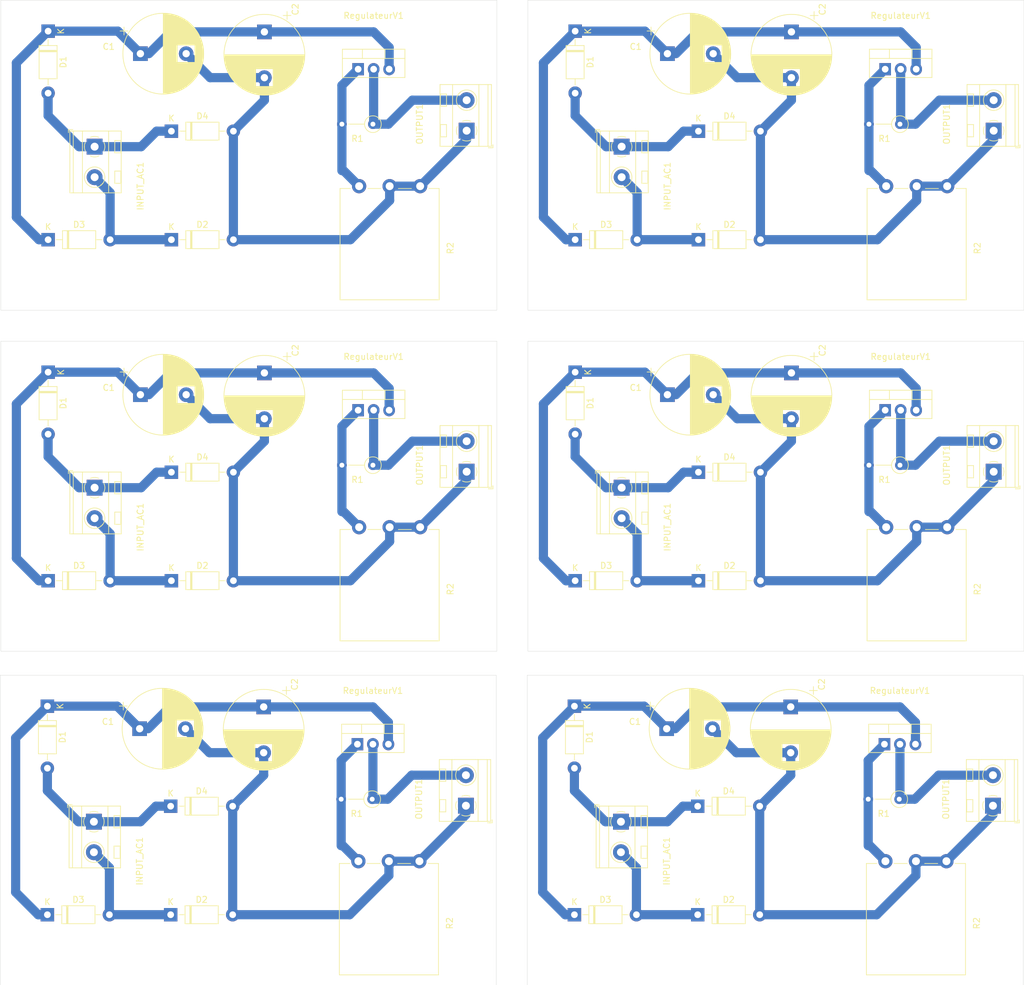
<source format=kicad_pcb>
(kicad_pcb (version 20240108) (generator "pcbnew") (generator_version "8.0")
  (layers (0 "F.Cu" signal) (31 "B.Cu" signal) (34 "B.Paste" user) (35 "F.Paste" user) (36 "B.SilkS" user "B.Silkscreen") (37 "F.SilkS" user "F.Silkscreen") (38 "B.Mask" user) (39 "F.Mask" user) (44 "Edge.Cuts" user))
  (net 0 "")
  (net 1 "Net-(D1-K)")
  (net 2 "GND")
  (net 3 "Net-(D1-A)")
  (net 4 "Net-(D2-K)")
  (net 5 "Net-(OUTPUT1-Pin_2)")
  (net 6 "Net-(RegulateurV1-ADJ)")
  (footprint "Diode_THT:D_DO-41_SOD81_P10.16mm_Horizontal" (layer "F.Cu") (at 109.22 165.1)
    (property "Reference" "D3")
    (property "Value" "1N4001")
  )
  (footprint "Capacitor_THT:CP_Radial_D13.0mm_P7.50mm" (layer "F.Cu") (at 38.1 79.89)
    (property "Reference" "C1")
    (property "Value" "1000μF")
  )
  (footprint "Diode_THT:D_DO-41_SOD81_P10.16mm_Horizontal" (layer "F.Cu") (at 109.34 76.2 -90)
    (property "Reference" "D1")
    (property "Value" "1N4001")
  )
  (footprint "Capacitor_THT:CP_Radial_D13.0mm_P7.50mm" (layer "F.Cu") (at 38.1 24.01)
    (property "Reference" "C1")
    (property "Value" "1000μF")
  )
  (footprint "Potentiometer_THT:Potentiometer_Piher_PC-16_Single_Vertical" (layer "F.Cu") (at 160.3 45.72 -90)
    (property "Reference" "R2")
    (property "Value" "570")
  )
  (footprint "TerminalBlock_MetzConnect:TerminalBlock_MetzConnect_Type094_RT03502HBLU_1x02_P5.00mm_Horizontal" (layer "F.Cu") (at 177.92 36.63 90)
    (property "Reference" "OUTPUT1")
    (property "Value" "OUT_DC")
  )
  (footprint "TerminalBlock_MetzConnect:TerminalBlock_MetzConnect_Type094_RT03502HBLU_1x02_P5.00mm_Horizontal" (layer "F.Cu") (at 30.6 95.13 -90)
    (property "Reference" "INPUT_AC1")
    (property "Value" "~")
  )
  (footprint "Package_TO_SOT_THT:TO-220-3_Vertical" (layer "F.Cu") (at 160.14 82.43)
    (property "Reference" "RegulateurV1")
    (property "Value" "LM317_TO-220")
  )
  (footprint "Diode_THT:D_DO-41_SOD81_P10.16mm_Horizontal" (layer "F.Cu") (at 43.06 147.32)
    (property "Reference" "D4")
    (property "Value" "1N4001")
  )
  (footprint "TerminalBlock_MetzConnect:TerminalBlock_MetzConnect_Type094_RT03502HBLU_1x02_P5.00mm_Horizontal" (layer "F.Cu") (at 91.44 147.24 90)
    (property "Reference" "OUTPUT1")
    (property "Value" "OUT_DC")
  )
  (footprint "Capacitor_THT:CP_Radial_D13.0mm_P7.50mm" (layer "F.Cu") (at 37.98 134.62)
    (property "Reference" "C1")
    (property "Value" "1000μF")
  )
  (footprint "Diode_THT:D_DO-41_SOD81_P10.16mm_Horizontal" (layer "F.Cu") (at 129.42 165.1)
    (property "Reference" "D2")
    (property "Value" "1N4001")
  )
  (footprint "Resistor_THT:R_Axial_DIN0207_L6.3mm_D2.5mm_P5.08mm_Vertical" (layer "F.Cu") (at 162.56 91.44 180)
    (property "Reference" "R1")
    (property "Value" "220")
  )
  (footprint "Potentiometer_THT:Potentiometer_Piher_PC-16_Single_Vertical" (layer "F.Cu") (at 73.94 45.72 -90)
    (property "Reference" "R2")
    (property "Value" "570")
  )
  (footprint "Resistor_THT:R_Axial_DIN0207_L6.3mm_D2.5mm_P5.08mm_Vertical" (layer "F.Cu") (at 76.2 91.44 180)
    (property "Reference" "R1")
    (property "Value" "220")
  )
  (footprint "Diode_THT:D_DO-41_SOD81_P10.16mm_Horizontal" (layer "F.Cu") (at 109.34 20.32 -90)
    (property "Reference" "D1")
    (property "Value" "1N4001")
  )
  (footprint "Resistor_THT:R_Axial_DIN0207_L6.3mm_D2.5mm_P5.08mm_Vertical" (layer "F.Cu") (at 162.56 35.56 180)
    (property "Reference" "R1")
    (property "Value" "220")
  )
  (footprint "Capacitor_THT:CP_Radial_D13.0mm_P7.50mm" (layer "F.Cu") (at 58.3 131.05 -90)
    (property "Reference" "C2")
    (property "Value" "1000μF")
  )
  (footprint "Diode_THT:D_DO-41_SOD81_P10.16mm_Horizontal" (layer "F.Cu") (at 43.18 36.71)
    (property "Reference" "D4")
    (property "Value" "1N4001")
  )
  (footprint "Capacitor_THT:CP_Radial_D13.0mm_P7.50mm" (layer "F.Cu") (at 124.46 79.89)
    (property "Reference" "C1")
    (property "Value" "1000μF")
  )
  (footprint "Diode_THT:D_DO-41_SOD81_P10.16mm_Horizontal" (layer "F.Cu") (at 22.86 165.1)
    (property "Reference" "D3")
    (property "Value" "1N4001")
  )
  (footprint "TerminalBlock_MetzConnect:TerminalBlock_MetzConnect_Type094_RT03502HBLU_1x02_P5.00mm_Horizontal" (layer "F.Cu") (at 91.56 36.63 90)
    (property "Reference" "OUTPUT1")
    (property "Value" "OUT_DC")
  )
  (footprint "Diode_THT:D_DO-41_SOD81_P10.16mm_Horizontal" (layer "F.Cu") (at 43.18 92.59)
    (property "Reference" "D4")
    (property "Value" "1N4001")
  )
  (footprint "TerminalBlock_MetzConnect:TerminalBlock_MetzConnect_Type094_RT03502HBLU_1x02_P5.00mm_Horizontal" (layer "F.Cu") (at 116.96 39.25 -90)
    (property "Reference" "INPUT_AC1")
    (property "Value" "~")
  )
  (footprint "Package_TO_SOT_THT:TO-220-3_Vertical" (layer "F.Cu") (at 160.02 137.16)
    (property "Reference" "RegulateurV1")
    (property "Value" "LM317_TO-220")
  )
  (footprint "Capacitor_THT:CP_Radial_D13.0mm_P7.50mm" (layer "F.Cu") (at 144.66 131.05 -90)
    (property "Reference" "C2")
    (property "Value" "1000μF")
  )
  (footprint "Capacitor_THT:CP_Radial_D13.0mm_P7.50mm" (layer "F.Cu") (at 124.46 24.01)
    (property "Reference" "C1")
    (property "Value" "1000μF")
  )
  (footprint "TerminalBlock_MetzConnect:TerminalBlock_MetzConnect_Type094_RT03502HBLU_1x02_P5.00mm_Horizontal" (layer "F.Cu") (at 177.92 92.51 90)
    (property "Reference" "OUTPUT1")
    (property "Value" "OUT_DC")
  )
  (footprint "Diode_THT:D_DO-41_SOD81_P10.16mm_Horizontal" (layer "F.Cu") (at 129.54 54.49)
    (property "Reference" "D2")
    (property "Value" "1N4001")
  )
  (footprint "TerminalBlock_MetzConnect:TerminalBlock_MetzConnect_Type094_RT03502HBLU_1x02_P5.00mm_Horizontal" (layer "F.Cu") (at 116.96 95.13 -90)
    (property "Reference" "INPUT_AC1")
    (property "Value" "~")
  )
  (footprint "Package_TO_SOT_THT:TO-220-3_Vertical" (layer "F.Cu") (at 73.78 26.55)
    (property "Reference" "RegulateurV1")
    (property "Value" "LM317_TO-220")
  )
  (footprint "Diode_THT:D_DO-41_SOD81_P10.16mm_Horizontal" (layer "F.Cu") (at 109.34 110.37)
    (property "Reference" "D3")
    (property "Value" "1N4001")
  )
  (footprint "Diode_THT:D_DO-41_SOD81_P10.16mm_Horizontal" (layer "F.Cu") (at 22.98 110.37)
    (property "Reference" "D3")
    (property "Value" "1N4001")
  )
  (footprint "Potentiometer_THT:Potentiometer_Piher_PC-16_Single_Vertical" (layer "F.Cu") (at 160.3 101.6 -90)
    (property "Reference" "R2")
    (property "Value" "570")
  )
  (footprint "Diode_THT:D_DO-41_SOD81_P10.16mm_Horizontal" (layer "F.Cu") (at 43.06 165.1)
    (property "Reference" "D2")
    (property "Value" "1N4001")
  )
  (footprint "Diode_THT:D_DO-41_SOD81_P10.16mm_Horizontal" (layer "F.Cu") (at 22.98 76.2 -90)
    (property "Reference" "D1")
    (property "Value" "1N4001")
  )
  (footprint "TerminalBlock_MetzConnect:TerminalBlock_MetzConnect_Type094_RT03502HBLU_1x02_P5.00mm_Horizontal" (layer "F.Cu") (at 116.84 149.86 -90)
    (property "Reference" "INPUT_AC1")
    (property "Value" "~")
  )
  (footprint "TerminalBlock_MetzConnect:TerminalBlock_MetzConnect_Type094_RT03502HBLU_1x02_P5.00mm_Horizontal" (layer "F.Cu") (at 177.8 147.24 90)
    (property "Reference" "OUTPUT1")
    (property "Value" "OUT_DC")
  )
  (footprint "Diode_THT:D_DO-41_SOD81_P10.16mm_Horizontal" (layer "F.Cu") (at 43.18 110.37)
    (property "Reference" "D2")
    (property "Value" "1N4001")
  )
  (footprint "Capacitor_THT:CP_Radial_D13.0mm_P7.50mm" (layer "F.Cu") (at 58.42 76.32 -90)
    (property "Reference" "C2")
    (property "Value" "1000μF")
  )
  (footprint "Diode_THT:D_DO-41_SOD81_P10.16mm_Horizontal" (layer "F.Cu") (at 129.54 92.59)
    (property "Reference" "D4")
    (property "Value" "1N4001")
  )
  (footprint "Diode_THT:D_DO-41_SOD81_P10.16mm_Horizontal" (layer "F.Cu") (at 109.22 130.93 -90)
    (property "Reference" "D1")
    (property "Value" "1N4001")
  )
  (footprint "TerminalBlock_MetzConnect:TerminalBlock_MetzConnect_Type094_RT03502HBLU_1x02_P5.00mm_Horizontal" (layer "F.Cu") (at 91.56 92.51 90)
    (property "Reference" "OUTPUT1")
    (property "Value" "OUT_DC")
  )
  (footprint "TerminalBlock_MetzConnect:TerminalBlock_MetzConnect_Type094_RT03502HBLU_1x02_P5.00mm_Horizontal" (layer "F.Cu") (at 30.48 149.86 -90)
    (property "Reference" "INPUT_AC1")
    (property "Value" "~")
  )
  (footprint "Potentiometer_THT:Potentiometer_Piher_PC-16_Single_Vertical" (layer "F.Cu") (at 160.18 156.33 -90)
    (property "Reference" "R2")
    (property "Value" "570")
  )
  (footprint "Resistor_THT:R_Axial_DIN0207_L6.3mm_D2.5mm_P5.08mm_Vertical" (layer "F.Cu") (at 162.44 146.17 180)
    (property "Reference" "R1")
    (property "Value" "220")
  )
  (footprint "Capacitor_THT:CP_Radial_D13.0mm_P7.50mm" (layer "F.Cu") (at 144.78 76.32 -90)
    (property "Reference" "C2")
    (property "Value" "1000μF")
  )
  (footprint "Potentiometer_THT:Potentiometer_Piher_PC-16_Single_Vertical" (layer "F.Cu") (at 73.82 156.33 -90)
    (property "Reference" "R2")
    (property "Value" "570")
  )
  (footprint "Diode_THT:D_DO-41_SOD81_P10.16mm_Horizontal" (layer "F.Cu") (at 129.42 147.32)
    (property "Reference" "D4")
    (property "Value" "1N4001")
  )
  (footprint "Diode_THT:D_DO-41_SOD81_P10.16mm_Horizontal" (layer "F.Cu") (at 22.98 54.49)
    (property "Reference" "D3")
    (property "Value" "1N4001")
  )
  (footprint "Capacitor_THT:CP_Radial_D13.0mm_P7.50mm" (layer "F.Cu") (at 124.34 134.62)
    (property "Reference" "C1")
    (property "Value" "1000μF")
  )
  (footprint "Capacitor_THT:CP_Radial_D13.0mm_P7.50mm" (layer "F.Cu") (at 58.42 20.44 -90)
    (property "Reference" "C2")
    (property "Value" "1000μF")
  )
  (footprint "Diode_THT:D_DO-41_SOD81_P10.16mm_Horizontal" (layer "F.Cu") (at 109.34 54.49)
    (property "Reference" "D3")
    (property "Value" "1N4001")
  )
  (footprint "Diode_THT:D_DO-41_SOD81_P10.16mm_Horizontal" (layer "F.Cu") (at 22.98 20.32 -90)
    (property "Reference" "D1")
    (property "Value" "1N4001")
  )
  (footprint "Potentiometer_THT:Potentiometer_Piher_PC-16_Single_Vertical" (layer "F.Cu") (at 73.94 101.6 -90)
    (property "Reference" "R2")
    (property "Value" "570")
  )
  (footprint "Package_TO_SOT_THT:TO-220-3_Vertical" (layer "F.Cu") (at 73.78 82.43)
    (property "Reference" "RegulateurV1")
    (property "Value" "LM317_TO-220")
  )
  (footprint "Diode_THT:D_DO-41_SOD81_P10.16mm_Horizontal" (layer "F.Cu") (at 129.54 36.71)
    (property "Reference" "D4")
    (property "Value" "1N4001")
  )
  (footprint "Diode_THT:D_DO-41_SOD81_P10.16mm_Horizontal" (layer "F.Cu") (at 43.18 54.49)
    (property "Reference" "D2")
    (property "Value" "1N4001")
  )
  (footprint "Resistor_THT:R_Axial_DIN0207_L6.3mm_D2.5mm_P5.08mm_Vertical" (layer "F.Cu") (at 76.08 146.17 180)
    (property "Reference" "R1")
    (property "Value" "220")
  )
  (footprint "Diode_THT:D_DO-41_SOD81_P10.16mm_Horizontal" (layer "F.Cu") (at 22.86 130.93 -90)
    (property "Reference" "D1")
    (property "Value" "1N4001")
  )
  (footprint "Package_TO_SOT_THT:TO-220-3_Vertical" (layer "F.Cu") (at 160.14 26.55)
    (property "Reference" "RegulateurV1")
    (property "Value" "LM317_TO-220")
  )
  (footprint "Diode_THT:D_DO-41_SOD81_P10.16mm_Horizontal" (layer "F.Cu") (at 129.54 110.37)
    (property "Reference" "D2")
    (property "Value" "1N4001")
  )
  (footprint "TerminalBlock_MetzConnect:TerminalBlock_MetzConnect_Type094_RT03502HBLU_1x02_P5.00mm_Horizontal" (layer "F.Cu") (at 30.6 39.25 -90)
    (property "Reference" "INPUT_AC1")
    (property "Value" "~")
  )
  (footprint "Capacitor_THT:CP_Radial_D13.0mm_P7.50mm" (layer "F.Cu") (at 144.78 20.44 -90)
    (property "Reference" "C2")
    (property "Value" "1000μF")
  )
  (footprint "Resistor_THT:R_Axial_DIN0207_L6.3mm_D2.5mm_P5.08mm_Vertical" (layer "F.Cu") (at 76.2 35.56 180)
    (property "Reference" "R1")
    (property "Value" "220")
  )
  (footprint "Package_TO_SOT_THT:TO-220-3_Vertical" (layer "F.Cu") (at 73.66 137.16)
    (property "Reference" "RegulateurV1")
    (property "Value" "LM317_TO-220")
  )
  (gr_rect (start 101.6 15.24) (end 182.88 66.04) (stroke (width 0.05)) (fill none) (layer "Edge.Cuts"))
  (gr_rect (start 101.6 71.12) (end 182.88 121.92) (stroke (width 0.05)) (fill none) (layer "Edge.Cuts"))
  (gr_rect (start 15.12 125.85) (end 96.4 176.65) (stroke (width 0.05)) (fill none) (layer "Edge.Cuts"))
  (gr_rect (start 101.48 125.85) (end 182.76 176.65) (stroke (width 0.05)) (fill none) (layer "Edge.Cuts"))
  (gr_rect (start 15.24 15.24) (end 96.52 66.04) (stroke (width 0.05)) (fill none) (layer "Edge.Cuts"))
  (gr_rect (start 15.24 71.12) (end 96.52 121.92) (stroke (width 0.05)) (fill none) (layer "Edge.Cuts"))
  (segment (start 38.1 24.01) (end 39.49 24.01) (width 1) (layer "B.Cu") (net 1))
  (segment (start 144.78 76.32) (end 162.68 76.32) (width 1.5) (layer "B.Cu") (net 1))
  (segment (start 22.98 20.32) (end 34.41 20.32) (width 1.5) (layer "B.Cu") (net 1))
  (segment (start 165.22 22.98) (end 165.22 26.55) (width 1.5) (layer "B.Cu") (net 1))
  (segment (start 124.46 24.01) (end 125.85 24.01) (width 1) (layer "B.Cu") (net 1))
  (segment (start 107.83 54.49) (end 104.14 50.8) (width 1.5) (layer "B.Cu") (net 1))
  (segment (start 78.86 22.98) (end 78.86 26.55) (width 1.5) (layer "B.Cu") (net 1))
  (segment (start 125.85 79.89) (end 129.54 76.2) (width 1.5) (layer "B.Cu") (net 1))
  (segment (start 22.86 130.93) (end 34.29 130.93) (width 1.5) (layer "B.Cu") (net 1))
  (segment (start 104.02 161.41) (end 104.02 136.13) (width 1.5) (layer "B.Cu") (net 1))
  (segment (start 144.78 20.44) (end 162.68 20.44) (width 1.5) (layer "B.Cu") (net 1))
  (segment (start 22.86 165.1) (end 21.35 165.1) (width 1.5) (layer "B.Cu") (net 1))
  (segment (start 76.32 76.32) (end 78.86 78.86) (width 1.5) (layer "B.Cu") (net 1))
  (segment (start 104.14 25.52) (end 109.34 20.32) (width 1.5) (layer "B.Cu") (net 1))
  (segment (start 39.37 134.62) (end 43.06 130.93) (width 1.5) (layer "B.Cu") (net 1))
  (segment (start 109.22 130.93) (end 120.65 130.93) (width 1.5) (layer "B.Cu") (net 1))
  (segment (start 144.66 131.05) (end 162.56 131.05) (width 1.5) (layer "B.Cu") (net 1))
  (segment (start 58.42 20.44) (end 76.32 20.44) (width 1.5) (layer "B.Cu") (net 1))
  (segment (start 104.02 136.13) (end 109.22 130.93) (width 1.5) (layer "B.Cu") (net 1))
  (segment (start 78.74 133.59) (end 78.74 137.16) (width 1.5) (layer "B.Cu") (net 1))
  (segment (start 109.34 20.32) (end 120.77 20.32) (width 1.5) (layer "B.Cu") (net 1))
  (segment (start 120.77 20.32) (end 124.46 24.01) (width 1.5) (layer "B.Cu") (net 1))
  (segment (start 17.66 161.41) (end 17.66 136.13) (width 1.5) (layer "B.Cu") (net 1))
  (segment (start 109.34 54.49) (end 107.83 54.49) (width 1.5) (layer "B.Cu") (net 1))
  (segment (start 34.41 76.2) (end 38.1 79.89) (width 1.5) (layer "B.Cu") (net 1))
  (segment (start 120.65 130.93) (end 124.34 134.62) (width 1.5) (layer "B.Cu") (net 1))
  (segment (start 43.06 130.93) (end 43.18 131.05) (width 1) (layer "B.Cu") (net 1))
  (segment (start 34.29 130.93) (end 37.98 134.62) (width 1.5) (layer "B.Cu") (net 1))
  (segment (start 43.3 20.44) (end 58.42 20.44) (width 1.5) (layer "B.Cu") (net 1))
  (segment (start 22.98 110.37) (end 21.47 110.37) (width 1.5) (layer "B.Cu") (net 1))
  (segment (start 78.86 78.86) (end 78.86 82.43) (width 1.5) (layer "B.Cu") (net 1))
  (segment (start 162.68 20.44) (end 165.22 22.98) (width 1.5) (layer "B.Cu") (net 1))
  (segment (start 104.14 81.4) (end 109.34 76.2) (width 1.5) (layer "B.Cu") (net 1))
  (segment (start 34.41 20.32) (end 38.1 24.01) (width 1.5) (layer "B.Cu") (net 1))
  (segment (start 76.2 131.05) (end 78.74 133.59) (width 1.5) (layer "B.Cu") (net 1))
  (segment (start 39.49 79.89) (end 43.18 76.2) (width 1.5) (layer "B.Cu") (net 1))
  (segment (start 104.14 106.68) (end 104.14 81.4) (width 1.5) (layer "B.Cu") (net 1))
  (segment (start 165.1 133.59) (end 165.1 137.16) (width 1.5) (layer "B.Cu") (net 1))
  (segment (start 104.14 50.8) (end 104.14 25.52) (width 1.5) (layer "B.Cu") (net 1))
  (segment (start 109.34 110.37) (end 107.83 110.37) (width 1.5) (layer "B.Cu") (net 1))
  (segment (start 17.78 25.52) (end 22.98 20.32) (width 1.5) (layer "B.Cu") (net 1))
  (segment (start 124.34 134.62) (end 125.73 134.62) (width 1) (layer "B.Cu") (net 1))
  (segment (start 107.71 165.1) (end 104.02 161.41) (width 1.5) (layer "B.Cu") (net 1))
  (segment (start 17.78 106.68) (end 17.78 81.4) (width 1.5) (layer "B.Cu") (net 1))
  (segment (start 129.54 131.05) (end 144.66 131.05) (width 1.5) (layer "B.Cu") (net 1))
  (segment (start 162.68 76.32) (end 165.22 78.86) (width 1.5) (layer "B.Cu") (net 1))
  (segment (start 129.42 130.93) (end 129.54 131.05) (width 1) (layer "B.Cu") (net 1))
  (segment (start 21.35 165.1) (end 17.66 161.41) (width 1.5) (layer "B.Cu") (net 1))
  (segment (start 109.34 76.2) (end 120.77 76.2) (width 1.5) (layer "B.Cu") (net 1))
  (segment (start 76.32 20.44) (end 78.86 22.98) (width 1.5) (layer "B.Cu") (net 1))
  (segment (start 129.54 20.32) (end 129.66 20.44) (width 1) (layer "B.Cu") (net 1))
  (segment (start 43.3 76.32) (end 58.42 76.32) (width 1.5) (layer "B.Cu") (net 1))
  (segment (start 22.98 54.49) (end 21.47 54.49) (width 1.5) (layer "B.Cu") (net 1))
  (segment (start 43.18 131.05) (end 58.3 131.05) (width 1.5) (layer "B.Cu") (net 1))
  (segment (start 162.56 131.05) (end 165.1 133.59) (width 1.5) (layer "B.Cu") (net 1))
  (segment (start 43.18 20.32) (end 43.3 20.44) (width 1) (layer "B.Cu") (net 1))
  (segment (start 125.85 24.01) (end 129.54 20.32) (width 1.5) (layer "B.Cu") (net 1))
  (segment (start 129.54 76.2) (end 129.66 76.32) (width 1) (layer "B.Cu") (net 1))
  (segment (start 37.98 134.62) (end 39.37 134.62) (width 1) (layer "B.Cu") (net 1))
  (segment (start 22.98 76.2) (end 34.41 76.2) (width 1.5) (layer "B.Cu") (net 1))
  (segment (start 165.22 78.86) (end 165.22 82.43) (width 1.5) (layer "B.Cu") (net 1))
  (segment (start 21.47 54.49) (end 17.78 50.8) (width 1.5) (layer "B.Cu") (net 1))
  (segment (start 129.66 76.32) (end 144.78 76.32) (width 1.5) (layer "B.Cu") (net 1))
  (segment (start 17.78 81.4) (end 22.98 76.2) (width 1.5) (layer "B.Cu") (net 1))
  (segment (start 124.46 79.89) (end 125.85 79.89) (width 1) (layer "B.Cu") (net 1))
  (segment (start 109.22 165.1) (end 107.71 165.1) (width 1.5) (layer "B.Cu") (net 1))
  (segment (start 58.3 131.05) (end 76.2 131.05) (width 1.5) (layer "B.Cu") (net 1))
  (segment (start 129.66 20.44) (end 144.78 20.44) (width 1.5) (layer "B.Cu") (net 1))
  (segment (start 39.49 24.01) (end 43.18 20.32) (width 1.5) (layer "B.Cu") (net 1))
  (segment (start 120.77 76.2) (end 124.46 79.89) (width 1.5) (layer "B.Cu") (net 1))
  (segment (start 125.73 134.62) (end 129.42 130.93) (width 1.5) (layer "B.Cu") (net 1))
  (segment (start 43.18 76.2) (end 43.3 76.32) (width 1) (layer "B.Cu") (net 1))
  (segment (start 21.47 110.37) (end 17.78 106.68) (width 1.5) (layer "B.Cu") (net 1))
  (segment (start 17.66 136.13) (end 22.86 130.93) (width 1.5) (layer "B.Cu") (net 1))
  (segment (start 17.78 50.8) (end 17.78 25.52) (width 1.5) (layer "B.Cu") (net 1))
  (segment (start 58.42 76.32) (end 76.32 76.32) (width 1.5) (layer "B.Cu") (net 1))
  (segment (start 107.83 110.37) (end 104.14 106.68) (width 1.5) (layer "B.Cu") (net 1))
  (segment (start 38.1 79.89) (end 39.49 79.89) (width 1) (layer "B.Cu") (net 1))
  (segment (start 53.34 110.37) (end 72.51 110.37) (width 1.5) (layer "B.Cu") (net 2))
  (segment (start 170.3 45.72) (end 165.3 45.72) (width 1.5) (layer "B.Cu") (net 2))
  (segment (start 53.22 147.32) (end 58.3 142.24) (width 1.5) (layer "B.Cu") (net 2))
  (segment (start 158.87 54.49) (end 165.3 48.06) (width 1.5) (layer "B.Cu") (net 2))
  (segment (start 170.3 101.6) (end 177.92 93.98) (width 1.5) (layer "B.Cu") (net 2))
  (segment (start 58.42 87.51) (end 58.42 83.82) (width 1.5) (layer "B.Cu") (net 2))
  (segment (start 83.82 156.33) (end 91.44 148.71) (width 1.5) (layer "B.Cu") (net 2))
  (segment (start 83.82 156.33) (end 78.82 156.33) (width 1.5) (layer "B.Cu") (net 2))
  (segment (start 139.7 36.71) (end 144.78 31.63) (width 1.5) (layer "B.Cu") (net 2))
  (segment (start 144.78 31.63) (end 144.78 27.94) (width 1.5) (layer "B.Cu") (net 2))
  (segment (start 139.7 110.37) (end 139.7 92.59) (width 1.5) (layer "B.Cu") (net 2))
  (segment (start 78.94 48.06) (end 78.94 45.72) (width 1.5) (layer "B.Cu") (net 2))
  (segment (start 139.7 92.59) (end 144.78 87.51) (width 1.5) (layer "B.Cu") (net 2))
  (segment (start 165.18 158.67) (end 165.18 156.33) (width 1.5) (layer "B.Cu") (net 2))
  (segment (start 45.6 79.89) (end 49.53 83.82) (width 1.5) (layer "B.Cu") (net 2))
  (segment (start 53.34 36.71) (end 58.42 31.63) (width 1.5) (layer "B.Cu") (net 2))
  (segment (start 49.41 138.55) (end 58.3 138.55) (width 1.5) (layer "B.Cu") (net 2))
  (segment (start 58.42 31.63) (end 58.42 27.94) (width 1.5) (layer "B.Cu") (net 2))
  (segment (start 83.94 45.72) (end 91.56 38.1) (width 1.5) (layer "B.Cu") (net 2))
  (segment (start 139.58 147.32) (end 144.66 142.24) (width 1.5) (layer "B.Cu") (net 2))
  (segment (start 158.75 165.1) (end 165.18 158.67) (width 1.5) (layer "B.Cu") (net 2))
  (segment (start 139.7 54.49) (end 158.87 54.49) (width 1.5) (layer "B.Cu") (net 2))
  (segment (start 49.53 27.94) (end 58.42 27.94) (width 1.5) (layer "B.Cu") (net 2))
  (segment (start 131.96 24.01) (end 135.89 27.94) (width 1.5) (layer "B.Cu") (net 2))
  (segment (start 45.48 134.62) (end 49.41 138.55) (width 1.5) (layer "B.Cu") (net 2))
  (segment (start 72.39 165.1) (end 78.82 158.67) (width 1.5) (layer "B.Cu") (net 2))
  (segment (start 131.96 79.89) (end 135.89 83.82) (width 1.5) (layer "B.Cu") (net 2))
  (segment (start 170.3 101.6) (end 165.3 101.6) (width 1.5) (layer "B.Cu") (net 2))
  (segment (start 135.89 27.94) (end 144.78 27.94) (width 1.5) (layer "B.Cu") (net 2))
  (segment (start 53.34 54.49) (end 72.51 54.49) (width 1.5) (layer "B.Cu") (net 2))
  (segment (start 53.22 165.1) (end 53.22 147.32) (width 1.5) (layer "B.Cu") (net 2))
  (segment (start 45.6 24.01) (end 49.53 27.94) (width 1.5) (layer "B.Cu") (net 2))
  (segment (start 58.3 142.24) (end 58.3 138.55) (width 1.5) (layer "B.Cu") (net 2))
  (segment (start 170.18 156.33) (end 165.18 156.33) (width 1.5) (layer "B.Cu") (net 2))
  (segment (start 72.51 110.37) (end 78.94 103.94) (width 1.5) (layer "B.Cu") (net 2))
  (segment (start 139.7 110.37) (end 158.87 110.37) (width 1.5) (layer "B.Cu") (net 2))
  (segment (start 78.94 103.94) (end 78.94 101.6) (width 1.5) (layer "B.Cu") (net 2))
  (segment (start 158.87 110.37) (end 165.3 103.94) (width 1.5) (layer "B.Cu") (net 2))
  (segment (start 91.56 38.1) (end 91.56 36.63) (width 1) (layer "B.Cu") (net 2))
  (segment (start 83.94 101.6) (end 78.94 101.6) (width 1.5) (layer "B.Cu") (net 2))
  (segment (start 131.84 134.62) (end 135.77 138.55) (width 1.5) (layer "B.Cu") (net 2))
  (segment (start 135.77 138.55) (end 144.66 138.55) (width 1.5) (layer "B.Cu") (net 2))
  (segment (start 53.22 165.1) (end 72.39 165.1) (width 1.5) (layer "B.Cu") (net 2))
  (segment (start 83.94 101.6) (end 91.56 93.98) (width 1.5) (layer "B.Cu") (net 2))
  (segment (start 91.44 148.71) (end 91.44 147.24) (width 1) (layer "B.Cu") (net 2))
  (segment (start 78.82 158.67) (end 78.82 156.33) (width 1.5) (layer "B.Cu") (net 2))
  (segment (start 177.92 93.98) (end 177.92 92.51) (width 1) (layer "B.Cu") (net 2))
  (segment (start 144.78 87.51) (end 144.78 83.82) (width 1.5) (layer "B.Cu") (net 2))
  (segment (start 72.51 54.49) (end 78.94 48.06) (width 1.5) (layer "B.Cu") (net 2))
  (segment (start 177.8 148.71) (end 177.8 147.24) (width 1) (layer "B.Cu") (net 2))
  (segment (start 91.56 93.98) (end 91.56 92.51) (width 1) (layer "B.Cu") (net 2))
  (segment (start 49.53 83.82) (end 58.42 83.82) (width 1.5) (layer "B.Cu") (net 2))
  (segment (start 144.66 142.24) (end 144.66 138.55) (width 1.5) (layer "B.Cu") (net 2))
  (segment (start 139.58 165.1) (end 139.58 147.32) (width 1.5) (layer "B.Cu") (net 2))
  (segment (start 139.58 165.1) (end 158.75 165.1) (width 1.5) (layer "B.Cu") (net 2))
  (segment (start 53.34 92.59) (end 58.42 87.51) (width 1.5) (layer "B.Cu") (net 2))
  (segment (start 53.34 54.49) (end 53.34 36.71) (width 1.5) (layer "B.Cu") (net 2))
  (segment (start 165.3 48.06) (end 165.3 45.72) (width 1.5) (layer "B.Cu") (net 2))
  (segment (start 139.7 54.49) (end 139.7 36.71) (width 1.5) (layer "B.Cu") (net 2))
  (segment (start 53.34 110.37) (end 53.34 92.59) (width 1.5) (layer "B.Cu") (net 2))
  (segment (start 83.94 45.72) (end 78.94 45.72) (width 1.5) (layer "B.Cu") (net 2))
  (segment (start 177.92 38.1) (end 177.92 36.63) (width 1) (layer "B.Cu") (net 2))
  (segment (start 135.89 83.82) (end 144.78 83.82) (width 1.5) (layer "B.Cu") (net 2))
  (segment (start 165.3 103.94) (end 165.3 101.6) (width 1.5) (layer "B.Cu") (net 2))
  (segment (start 170.3 45.72) (end 177.92 38.1) (width 1.5) (layer "B.Cu") (net 2))
  (segment (start 170.18 156.33) (end 177.8 148.71) (width 1.5) (layer "B.Cu") (net 2))
  (segment (start 22.98 34.17) (end 22.98 30.48) (width 1.5) (layer "B.Cu") (net 3))
  (segment (start 38.22 39.25) (end 40.76 36.71) (width 1.5) (layer "B.Cu") (net 3))
  (segment (start 30.48 149.86) (end 38.1 149.86) (width 1.5) (layer "B.Cu") (net 3))
  (segment (start 116.96 39.25) (end 114.42 39.25) (width 1.5) (layer "B.Cu") (net 3))
  (segment (start 30.6 39.25) (end 28.06 39.25) (width 1.5) (layer "B.Cu") (net 3))
  (segment (start 116.96 95.13) (end 124.58 95.13) (width 1.5) (layer "B.Cu") (net 3))
  (segment (start 40.76 36.71) (end 43.18 36.71) (width 1.5) (layer "B.Cu") (net 3))
  (segment (start 109.34 90.05) (end 109.34 86.36) (width 1.5) (layer "B.Cu") (net 3))
  (segment (start 40.64 147.32) (end 43.06 147.32) (width 1.5) (layer "B.Cu") (net 3))
  (segment (start 124.58 95.13) (end 127.12 92.59) (width 1.5) (layer "B.Cu") (net 3))
  (segment (start 30.48 149.86) (end 27.94 149.86) (width 1.5) (layer "B.Cu") (net 3))
  (segment (start 124.58 39.25) (end 127.12 36.71) (width 1.5) (layer "B.Cu") (net 3))
  (segment (start 116.84 149.86) (end 124.46 149.86) (width 1.5) (layer "B.Cu") (net 3))
  (segment (start 38.1 149.86) (end 40.64 147.32) (width 1.5) (layer "B.Cu") (net 3))
  (segment (start 28.06 95.13) (end 22.98 90.05) (width 1.5) (layer "B.Cu") (net 3))
  (segment (start 114.42 39.25) (end 109.34 34.17) (width 1.5) (layer "B.Cu") (net 3))
  (segment (start 127 147.32) (end 129.42 147.32) (width 1.5) (layer "B.Cu") (net 3))
  (segment (start 114.42 95.13) (end 109.34 90.05) (width 1.5) (layer "B.Cu") (net 3))
  (segment (start 22.86 144.78) (end 22.86 141.09) (width 1.5) (layer "B.Cu") (net 3))
  (segment (start 22.98 90.05) (end 22.98 86.36) (width 1.5) (layer "B.Cu") (net 3))
  (segment (start 124.46 149.86) (end 127 147.32) (width 1.5) (layer "B.Cu") (net 3))
  (segment (start 40.76 92.59) (end 43.18 92.59) (width 1.5) (layer "B.Cu") (net 3))
  (segment (start 116.96 39.25) (end 124.58 39.25) (width 1.5) (layer "B.Cu") (net 3))
  (segment (start 127.12 92.59) (end 129.54 92.59) (width 1.5) (layer "B.Cu") (net 3))
  (segment (start 116.96 95.13) (end 114.42 95.13) (width 1.5) (layer "B.Cu") (net 3))
  (segment (start 30.6 95.13) (end 38.22 95.13) (width 1.5) (layer "B.Cu") (net 3))
  (segment (start 27.94 149.86) (end 22.86 144.78) (width 1.5) (layer "B.Cu") (net 3))
  (segment (start 28.06 39.25) (end 22.98 34.17) (width 1.5) (layer "B.Cu") (net 3))
  (segment (start 38.22 95.13) (end 40.76 92.59) (width 1.5) (layer "B.Cu") (net 3))
  (segment (start 109.34 34.17) (end 109.34 30.48) (width 1.5) (layer "B.Cu") (net 3))
  (segment (start 30.6 39.25) (end 38.22 39.25) (width 1.5) (layer "B.Cu") (net 3))
  (segment (start 109.22 144.78) (end 109.22 141.09) (width 1.5) (layer "B.Cu") (net 3))
  (segment (start 30.6 95.13) (end 28.06 95.13) (width 1.5) (layer "B.Cu") (net 3))
  (segment (start 116.84 149.86) (end 114.3 149.86) (width 1.5) (layer "B.Cu") (net 3))
  (segment (start 114.3 149.86) (end 109.22 144.78) (width 1.5) (layer "B.Cu") (net 3))
  (segment (start 127.12 36.71) (end 129.54 36.71) (width 1.5) (layer "B.Cu") (net 3))
  (segment (start 33.14 102.67) (end 30.6 100.13) (width 1.5) (layer "B.Cu") (net 4))
  (segment (start 33.14 54.49) (end 33.14 46.79) (width 1.5) (layer "B.Cu") (net 4))
  (segment (start 119.38 165.1) (end 119.38 157.4) (width 1.5) (layer "B.Cu") (net 4))
  (segment (start 33.02 165.1) (end 43.06 165.1) (width 1.5) (layer "B.Cu") (net 4))
  (segment (start 119.5 110.37) (end 129.54 110.37) (width 1.5) (layer "B.Cu") (net 4))
  (segment (start 33.14 110.37) (end 43.18 110.37) (width 1.5) (layer "B.Cu") (net 4))
  (segment (start 119.5 54.49) (end 119.5 46.79) (width 1.5) (layer "B.Cu") (net 4))
  (segment (start 119.5 54.49) (end 129.54 54.49) (width 1.5) (layer "B.Cu") (net 4))
  (segment (start 119.5 102.67) (end 116.96 100.13) (width 1.5) (layer "B.Cu") (net 4))
  (segment (start 33.14 110.37) (end 33.14 102.67) (width 1.5) (layer "B.Cu") (net 4))
  (segment (start 33.02 157.4) (end 30.48 154.86) (width 1.5) (layer "B.Cu") (net 4))
  (segment (start 33.02 165.1) (end 33.02 157.4) (width 1.5) (layer "B.Cu") (net 4))
  (segment (start 119.5 110.37) (end 119.5 102.67) (width 1.5) (layer "B.Cu") (net 4))
  (segment (start 119.38 165.1) (end 129.42 165.1) (width 1.5) (layer "B.Cu") (net 4))
  (segment (start 33.14 46.79) (end 30.6 44.25) (width 1.5) (layer "B.Cu") (net 4))
  (segment (start 119.5 46.79) (end 116.96 44.25) (width 1.5) (layer "B.Cu") (net 4))
  (segment (start 33.14 54.49) (end 43.18 54.49) (width 1.5) (layer "B.Cu") (net 4))
  (segment (start 119.38 157.4) (end 116.84 154.86) (width 1.5) (layer "B.Cu") (net 4))
  (segment (start 76.2 146.05) (end 76.08 146.17) (width 0.8) (layer "F.Cu") (net 5))
  (segment (start 76.32 91.32) (end 76.2 91.44) (width 0.8) (layer "F.Cu") (net 5))
  (segment (start 162.68 35.44) (end 162.56 35.56) (width 0.8) (layer "F.Cu") (net 5))
  (segment (start 76.32 35.44) (end 76.2 35.56) (width 0.8) (layer "F.Cu") (net 5))
  (segment (start 162.68 91.32) (end 162.56 91.44) (width 0.8) (layer "F.Cu") (net 5))
  (segment (start 162.56 146.05) (end 162.44 146.17) (width 0.8) (layer "F.Cu") (net 5))
  (segment (start 76.32 26.55) (end 76.32 35.44) (width 1.5) (layer "B.Cu") (net 5))
  (segment (start 82.67 31.63) (end 78.74 35.56) (width 1.5) (layer "B.Cu") (net 5))
  (segment (start 82.67 87.51) (end 78.74 91.44) (width 1.5) (layer "B.Cu") (net 5))
  (segment (start 162.56 137.16) (end 162.56 146.05) (width 1.5) (layer "B.Cu") (net 5))
  (segment (start 169.03 31.63) (end 165.1 35.56) (width 1.5) (layer "B.Cu") (net 5))
  (segment (start 76.2 137.16) (end 76.2 146.05) (width 1.5) (layer "B.Cu") (net 5))
  (segment (start 162.68 82.43) (end 162.68 91.32) (width 1.5) (layer "B.Cu") (net 5))
  (segment (start 82.55 142.24) (end 78.62 146.17) (width 1.5) (layer "B.Cu") (net 5))
  (segment (start 164.98 146.17) (end 162.44 146.17) (width 1.5) (layer "B.Cu") (net 5))
  (segment (start 162.68 35.44) (end 162.56 35.56) (width 1) (layer "B.Cu") (net 5))
  (segment (start 165.1 35.56) (end 162.56 35.56) (width 1.5) (layer "B.Cu") (net 5))
  (segment (start 169.03 87.51) (end 165.1 91.44) (width 1.5) (layer "B.Cu") (net 5))
  (segment (start 177.92 31.63) (end 169.03 31.63) (width 1.5) (layer "B.Cu") (net 5))
  (segment (start 177.8 142.24) (end 168.91 142.24) (width 1.5) (layer "B.Cu") (net 5))
  (segment (start 162.68 91.32) (end 162.56 91.44) (width 1) (layer "B.Cu") (net 5))
  (segment (start 165.1 91.44) (end 162.56 91.44) (width 1.5) (layer "B.Cu") (net 5))
  (segment (start 76.2 146.05) (end 76.08 146.17) (width 1) (layer "B.Cu") (net 5))
  (segment (start 91.44 142.24) (end 82.55 142.24) (width 1.5) (layer "B.Cu") (net 5))
  (segment (start 78.62 146.17) (end 76.08 146.17) (width 1.5) (layer "B.Cu") (net 5))
  (segment (start 91.56 87.51) (end 82.67 87.51) (width 1.5) (layer "B.Cu") (net 5))
  (segment (start 78.74 91.44) (end 76.2 91.44) (width 1.5) (layer "B.Cu") (net 5))
  (segment (start 162.56 146.05) (end 162.44 146.17) (width 1) (layer "B.Cu") (net 5))
  (segment (start 162.68 26.55) (end 162.68 35.44) (width 1.5) (layer "B.Cu") (net 5))
  (segment (start 168.91 142.24) (end 164.98 146.17) (width 1.5) (layer "B.Cu") (net 5))
  (segment (start 78.74 35.56) (end 76.2 35.56) (width 1.5) (layer "B.Cu") (net 5))
  (segment (start 76.32 35.44) (end 76.2 35.56) (width 1) (layer "B.Cu") (net 5))
  (segment (start 177.92 87.51) (end 169.03 87.51) (width 1.5) (layer "B.Cu") (net 5))
  (segment (start 76.32 82.43) (end 76.32 91.32) (width 1.5) (layer "B.Cu") (net 5))
  (segment (start 91.56 31.63) (end 82.67 31.63) (width 1.5) (layer "B.Cu") (net 5))
  (segment (start 76.32 91.32) (end 76.2 91.44) (width 1) (layer "B.Cu") (net 5))
  (segment (start 71.12 85.09) (end 73.78 82.43) (width 1.5) (layer "B.Cu") (net 6))
  (segment (start 71 146.17) (end 71 139.82) (width 1.5) (layer "B.Cu") (net 6))
  (segment (start 71.12 35.56) (end 71.12 29.21) (width 1.5) (layer "B.Cu") (net 6))
  (segment (start 157.76 43.18) (end 157.48 43.18) (width 1) (layer "B.Cu") (net 6))
  (segment (start 160.3 45.72) (end 157.76 43.18) (width 1.5) (layer "B.Cu") (net 6))
  (segment (start 73.94 101.6) (end 71.4 99.06) (width 1.5) (layer "B.Cu") (net 6))
  (segment (start 157.48 43.18) (end 157.48 35.56) (width 1.5) (layer "B.Cu") (net 6))
  (segment (start 160.18 156.33) (end 157.64 153.79) (width 1.5) (layer "B.Cu") (net 6))
  (segment (start 157.76 99.06) (end 157.48 99.06) (width 1) (layer "B.Cu") (net 6))
  (segment (start 160.3 101.6) (end 157.76 99.06) (width 1.5) (layer "B.Cu") (net 6))
  (segment (start 157.48 91.44) (end 157.48 85.09) (width 1.5) (layer "B.Cu") (net 6))
  (segment (start 71.12 43.18) (end 71.12 35.56) (width 1.5) (layer "B.Cu") (net 6))
  (segment (start 71.12 91.44) (end 71.12 85.09) (width 1.5) (layer "B.Cu") (net 6))
  (segment (start 157.64 153.79) (end 157.36 153.79) (width 1) (layer "B.Cu") (net 6))
  (segment (start 157.48 99.06) (end 157.48 91.44) (width 1.5) (layer "B.Cu") (net 6))
  (segment (start 157.48 85.09) (end 160.14 82.43) (width 1.5) (layer "B.Cu") (net 6))
  (segment (start 157.36 139.82) (end 160.02 137.16) (width 1.5) (layer "B.Cu") (net 6))
  (segment (start 71.28 153.79) (end 71 153.79) (width 1) (layer "B.Cu") (net 6))
  (segment (start 71.4 99.06) (end 71.12 99.06) (width 1) (layer "B.Cu") (net 6))
  (segment (start 73.82 156.33) (end 71.28 153.79) (width 1.5) (layer "B.Cu") (net 6))
  (segment (start 157.48 35.56) (end 157.48 29.21) (width 1.5) (layer "B.Cu") (net 6))
  (segment (start 71.12 99.06) (end 71.12 91.44) (width 1.5) (layer "B.Cu") (net 6))
  (segment (start 71.12 29.21) (end 73.78 26.55) (width 1.5) (layer "B.Cu") (net 6))
  (segment (start 157.36 153.79) (end 157.36 146.17) (width 1.5) (layer "B.Cu") (net 6))
  (segment (start 71.4 43.18) (end 71.12 43.18) (width 1) (layer "B.Cu") (net 6))
  (segment (start 157.48 29.21) (end 160.14 26.55) (width 1.5) (layer "B.Cu") (net 6))
  (segment (start 71 153.79) (end 71 146.17) (width 1.5) (layer "B.Cu") (net 6))
  (segment (start 71 139.82) (end 73.66 137.16) (width 1.5) (layer "B.Cu") (net 6))
  (segment (start 73.94 45.72) (end 71.4 43.18) (width 1.5) (layer "B.Cu") (net 6))
  (segment (start 157.36 146.17) (end 157.36 139.82) (width 1.5) (layer "B.Cu") (net 6))
)
</source>
